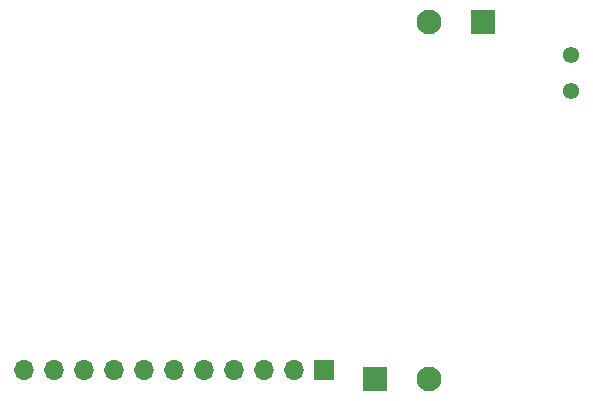
<source format=gbr>
%TF.GenerationSoftware,KiCad,Pcbnew,7.0.5*%
%TF.CreationDate,2023-10-10T15:43:23+02:00*%
%TF.ProjectId,sharp-ce140f-emul_v2,73686172-702d-4636-9531-3430662d656d,rev?*%
%TF.SameCoordinates,Original*%
%TF.FileFunction,Soldermask,Bot*%
%TF.FilePolarity,Negative*%
%FSLAX46Y46*%
G04 Gerber Fmt 4.6, Leading zero omitted, Abs format (unit mm)*
G04 Created by KiCad (PCBNEW 7.0.5) date 2023-10-10 15:43:23*
%MOMM*%
%LPD*%
G01*
G04 APERTURE LIST*
G04 Aperture macros list*
%AMRoundRect*
0 Rectangle with rounded corners*
0 $1 Rounding radius*
0 $2 $3 $4 $5 $6 $7 $8 $9 X,Y pos of 4 corners*
0 Add a 4 corners polygon primitive as box body*
4,1,4,$2,$3,$4,$5,$6,$7,$8,$9,$2,$3,0*
0 Add four circle primitives for the rounded corners*
1,1,$1+$1,$2,$3*
1,1,$1+$1,$4,$5*
1,1,$1+$1,$6,$7*
1,1,$1+$1,$8,$9*
0 Add four rect primitives between the rounded corners*
20,1,$1+$1,$2,$3,$4,$5,0*
20,1,$1+$1,$4,$5,$6,$7,0*
20,1,$1+$1,$6,$7,$8,$9,0*
20,1,$1+$1,$8,$9,$2,$3,0*%
G04 Aperture macros list end*
%ADD10R,1.700000X1.700000*%
%ADD11O,1.700000X1.700000*%
%ADD12RoundRect,0.250001X-0.799999X-0.799999X0.799999X-0.799999X0.799999X0.799999X-0.799999X0.799999X0*%
%ADD13C,2.100000*%
%ADD14RoundRect,0.250001X0.799999X0.799999X-0.799999X0.799999X-0.799999X-0.799999X0.799999X-0.799999X0*%
%ADD15C,1.381000*%
G04 APERTURE END LIST*
D10*
%TO.C,J2*%
X161544000Y-118872000D03*
D11*
X159004000Y-118872000D03*
X156464000Y-118872000D03*
X153924000Y-118872000D03*
X151384000Y-118872000D03*
X148844000Y-118872000D03*
X146304000Y-118872000D03*
X143764000Y-118872000D03*
X141224000Y-118872000D03*
X138684000Y-118872000D03*
X136144000Y-118872000D03*
%TD*%
D12*
%TO.C,J1*%
X165834000Y-119634000D03*
D13*
X170434000Y-119634000D03*
%TD*%
D14*
%TO.C,J5*%
X175020000Y-89408000D03*
D13*
X170420000Y-89408000D03*
%TD*%
D15*
%TO.C,SW1*%
X182414000Y-95212000D03*
X182414000Y-92212000D03*
%TD*%
M02*

</source>
